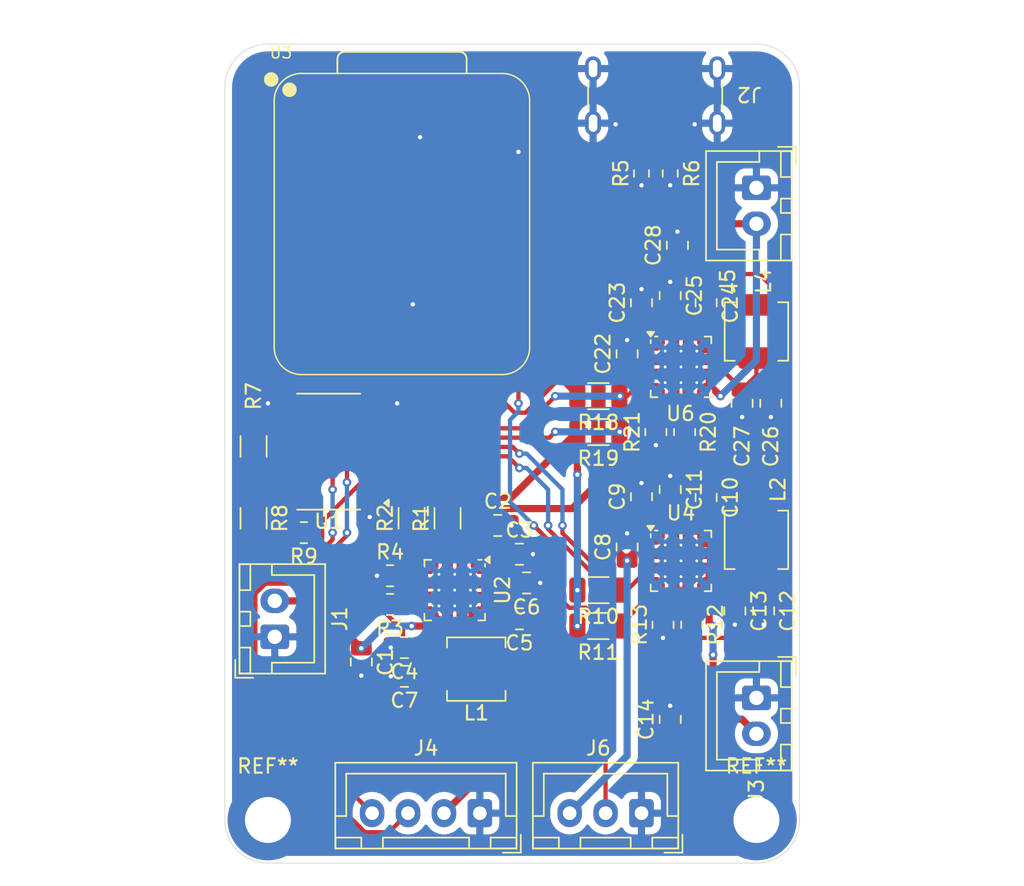
<source format=kicad_pcb>
(kicad_pcb (version 20241229) (generator "pcbnew") (generator_version "9.0")
  (layers (0 "F.Cu" signal) (2 "B.Cu" signal) (13 "F.Paste" user) (15 "B.Paste" user) (5 "F.SilkS" user "F.Silkscreen") (7 "B.SilkS" user "B.Silkscreen") (1 "F.Mask" user) (3 "B.Mask" user) (25 "Edge.Cuts" user))
  (net 0 "")
  (net 1 "GND")
  (net 2 "+5V")
  (net 3 "Net-(U2-PMID)")
  (net 4 "Net-(C4-Pad1)")
  (net 5 "Net-(C5-Pad1)")
  (net 6 "Net-(U2-BTST)")
  (net 7 "Net-(U2-REGN)")
  (net 8 "Net-(J2-CC2)")
  (net 9 "Net-(J2-CC1)")
  (net 10 "+3.3V")
  (net 11 "SCL_0")
  (net 12 "SDA_0")
  (net 13 "Net-(U2-TS)")
  (net 14 "Net-(U1-SCL)")
  (net 15 "Net-(U1-SDA)")
  (net 16 "Net-(U1-~{RESET})")
  (net 17 "Net-(U4-PMID)")
  (net 19 "Net-(U4-BTST)")
  (net 20 "Net-(C10-Pad1)")
  (net 21 "Net-(U4-REGN)")
  (net 23 "Net-(C12-Pad1)")
  (net 26 "Net-(U2-D+)")
  (net 47 "Net-(U6-PMID)")
  (net 48 "Net-(C24-Pad1)")
  (net 49 "Net-(U6-BTST)")
  (net 50 "Net-(U6-REGN)")
  (net 51 "Net-(C26-Pad1)")
  (net 52 "SCL_1")
  (net 53 "SDA_1")
  (net 54 "Net-(U4-TS)")
  (net 55 "SCL_2")
  (net 56 "SDA_2")
  (net 57 "Net-(U6-TS)")
  (net 60 "Net-(U4-D+)")
  (net 64 "Net-(U6-D+)")
  (net 72 "Net-(J4-Pin_3)")
  (net 73 "Net-(J4-Pin_4)")
  (net 74 "Net-(J1-Pin_2)")
  (net 75 "Net-(J3-Pin_2)")
  (net 76 "Net-(J5-Pin_2)")
  (net 77 "Net-(J6-Pin_2)")
  (footprint "Connector_JST:JST_XH_B2B-XH-A_1x02_P2.50mm_Vertical" (layer "F.Cu") (at 89 60 -90)
    (property "Reference" "J3")
    (property "Value" "Battery connector")
  )
  (footprint "Capacitor_SMD:C_0805_2012Metric" (layer "F.Cu") (at 72.5 50)
    (property "Reference" "C3")
    (property "Value" "10μF")
  )
  (footprint "Resistor_SMD:R_1206_3216Metric" (layer "F.Cu") (at 78 52.5 180)
    (property "Reference" "R10")
    (property "Value" "10kΩ")
  )
  (footprint "Capacitor_SMD:C_0805_2012Metric" (layer "F.Cu") (at 64.5 56.5 180)
    (property "Reference" "C4")
    (property "Value" "10μF")
  )
  (footprint "Resistor_SMD:R_0805_2012Metric" (layer "F.Cu") (at 82 41.5 90)
    (property "Reference" "R21")
    (property "Value" "15kΩ")
  )
  (footprint "MountingHole:MountingHole_3.2mm_M3_DIN965_Pad_TopBottom" (layer "F.Cu") (at 55 68.5)
    (property "Reference" "REF**")
    (property "Value" "MountingHole_3.2mm_M3_DIN965_Pad_TopBottom")
  )
  (footprint "Resistor_SMD:R_1206_3216Metric" (layer "F.Cu") (at 78 41.5 180)
    (property "Reference" "R19")
    (property "Value" "10kΩ")
  )
  (footprint "Inductor_SMD:L_Changjiang_FXL0420" (layer "F.Cu") (at 89 49 -90)
    (property "Reference" "L2")
    (property "Value" "1uH")
  )
  (footprint "Capacitor_SMD:C_0805_2012Metric" (layer "F.Cu") (at 80 49.5 90)
    (property "Reference" "C8")
    (property "Value" "1μF")
  )
  (footprint "Resistor_SMD:R_0805_2012Metric" (layer "F.Cu") (at 82.5 54.9125 90)
    (property "Reference" "R13")
    (property "Value" "15kΩ")
  )
  (footprint "Resistor_SMD:R_1206_3216Metric" (layer "F.Cu") (at 67.5 47.5 90)
    (property "Reference" "R1")
    (property "Value" "10kΩ")
  )
  (footprint "Package_SO:TSSOP-24_4.4x7.8mm_P0.65mm" (layer "F.Cu") (at 59.225 42.8625 180)
    (property "Reference" "U1")
    (property "Value" "TCA9548APWR")
  )
  (footprint "Resistor_SMD:R_1206_3216Metric" (layer "F.Cu") (at 78 55 180)
    (property "Reference" "R11")
    (property "Value" "10kΩ")
  )
  (footprint "Resistor_SMD:R_0805_2012Metric" (layer "F.Cu") (at 84.5 54.9125 -90)
    (property "Reference" "R12")
    (property "Value" "10kΩ")
  )
  (footprint "Connector_JST:JST_XH_B4B-XH-A_1x04_P2.50mm_Vertical" (layer "F.Cu") (at 69.75 68.025 180)
    (property "Reference" "J4")
    (property "Value" "Conn_01x04")
  )
  (footprint "Resistor_SMD:R_0805_2012Metric" (layer "F.Cu") (at 57.5 48.5 180)
    (property "Reference" "R9")
    (property "Value" "10kΩ")
  )
  (footprint "Resistor_SMD:R_0805_2012Metric" (layer "F.Cu") (at 63.5 51.5)
    (property "Reference" "R4")
    (property "Value" "15kΩ")
  )
  (footprint "Package_DFN_QFN:Texas_RTW_WQFN-24-1EP_4x4mm_P0.5mm_EP2.7x2.7mm_ThermalVias" (layer "F.Cu") (at 83.75 36.9625)
    (property "Reference" "U6")
    (property "Value" "BQ25895RTW")
  )
  (footprint "Connector_JST:JST_XH_B2B-XH-A_1x02_P2.50mm_Vertical" (layer "F.Cu") (at 89 24.5 -90)
    (property "Reference" "J5")
    (property "Value" "Battery connector")
  )
  (footprint "Inductor_SMD:L_Changjiang_FXL0420" (layer "F.Cu") (at 69.5 58 180)
    (property "Reference" "L1")
    (property "Value" "1uH")
  )
  (footprint "Capacitor_SMD:C_0805_2012Metric" (layer "F.Cu") (at 83 32 -90)
    (property "Reference" "C25")
    (property "Value" "4.7μF")
  )
  (footprint "Package_DFN_QFN:Texas_RTW_WQFN-24-1EP_4x4mm_P0.5mm_EP2.7x2.7mm_ThermalVias" (layer "F.Cu") (at 68 52.5 -90)
    (property "Reference" "U2")
    (property "Value" "BQ25895RTW")
  )
  (footprint "Capacitor_SMD:C_0805_2012Metric" (layer "F.Cu") (at 72.5 54.5 180)
    (property "Reference" "C5")
    (property "Value" "0.047μF")
  )
  (footprint "Resistor_SMD:R_0603_1608Metric" (layer "F.Cu") (at 81 23.5 90)
    (property "Reference" "R5")
    (property "Value" "5.1kΩ")
  )
  (footprint "Capacitor_SMD:C_0805_2012Metric" (layer "F.Cu") (at 83.5 28.5 90)
    (property "Reference" "C28")
    (property "Value" "10µF")
  )
  (footprint "Capacitor_SMD:C_0805_2012Metric" (layer "F.Cu") (at 73 52 180)
    (property "Reference" "C6")
    (property "Value" "4.7μF")
  )
  (footprint "Capacitor_SMD:C_0805_2012Metric" (layer "F.Cu") (at 81 46 90)
    (property "Reference" "C9")
    (property "Value" "10μF")
  )
  (footprint "Resistor_SMD:R_1206_3216Metric" (layer "F.Cu") (at 78 39 180)
    (property "Reference" "R18")
    (property "Value" "10kΩ")
  )
  (footprint "Resistor_SMD:R_1206_3216Metric" (layer "F.Cu") (at 65 47.5 90)
    (property "Reference" "R2")
    (property "Value" "10kΩ")
  )
  (footprint "Capacitor_SMD:C_0805_2012Metric" (layer "F.Cu") (at 87.5 53.95 -90)
    (property "Reference" "C13")
    (property "Value" "10μF")
  )
  (footprint "Capacitor_SMD:C_0805_2012Metric" (layer "F.Cu") (at 88 39.5 -90)
    (property "Reference" "C27")
    (property "Value" "10μF")
  )
  (footprint "Capacitor_SMD:C_0805_2012Metric" (layer "F.Cu") (at 90 39.5 -90)
    (property "Reference" "C26")
    (property "Value" "10μF")
  )
  (footprint "Capacitor_SMD:C_0805_2012Metric" (layer "F.Cu") (at 85.5 46.05 -90)
    (property "Reference" "C10")
    (property "Value" "0.047μF")
  )
  (footprint "Resistor_SMD:R_0805_2012Metric" (layer "F.Cu") (at 84 41.5 -90)
    (property "Reference" "R20")
    (property "Value" "10kΩ")
  )
  (footprint "Package_DFN_QFN:Texas_RTW_WQFN-24-1EP_4x4mm_P0.5mm_EP2.7x2.7mm_ThermalVias" (layer "F.Cu") (at 83.75 50.4625)
    (property "Reference" "U4")
    (property "Value" "BQ25895RTW")
  )
  (footprint "Capacitor_SMD:C_0805_2012Metric" (layer "F.Cu") (at 71 48)
    (property "Reference" "C2")
    (property "Value" "1μF")
  )
  (footprint "Capacitor_SMD:C_0805_2012Metric" (layer "F.Cu") (at 64.5 58.5 180)
    (property "Reference" "C7")
    (property "Value" "10μF")
  )
  (footprint "Resistor_SMD:R_1206_3216Metric" (layer "F.Cu") (at 54 47.5 -90)
    (property "Reference" "R8")
    (property "Value" "4.7kΩ")
  )
  (footprint "Resistor_SMD:R_1206_3216Metric" (layer "F.Cu") (at 54 42.5 90)
    (property "Reference" "R7")
    (property "Value" "4.7kΩ")
  )
  (footprint "Capacitor_SMD:C_0805_2012Metric" (layer "F.Cu") (at 83 61.5 90)
    (property "Reference" "C14")
    (property "Value" "10µF")
  )
  (footprint "Capacitor_SMD:C_0805_2012Metric" (layer "F.Cu") (at 89.5 53.95 -90)
    (property "Reference" "C12")
    (property "Value" "10μF")
  )
  (footprint "MountingHole:MountingHole_3.2mm_M3_DIN965_Pad_TopBottom" (layer "F.Cu") (at 89 68.5)
    (property "Reference" "REF**")
    (property "Value" "MountingHole_3.2mm_M3_DIN965_Pad_TopBottom")
  )
  (footprint "Connector_JST:JST_XH_B2B-XH-A_1x02_P2.50mm_Vertical" (layer "F.Cu") (at 55.475 55.75 90)
    (property "Reference" "J1")
    (property "Value" "Battery connector")
  )
  (footprint "Custom:XIAO-ESP32C6-SMD" (layer "F.Cu") (at 64.5526 27.0568)
    (property "Reference" "U3")
    (property "Value" "XIAO-ESP32-S3-SMD")
  )
  (footprint "Capacitor_SMD:C_0805_2012Metric" (layer "F.Cu") (at 85.5 32.5 -90)
    (property "Reference" "C24")
    (property "Value" "0.047μF")
  )
  (footprint "Capacitor_SMD:C_0805_2012Metric" (layer "F.Cu") (at 83 45.5 -90)
    (property "Reference" "C11")
    (property "Value" "4.7μF")
  )
  (footprint "Capacitor_SMD:C_0805_2012Metric" (layer "F.Cu") (at 61.5 57.5 -90)
    (property "Reference" "C1")
    (property "Value" "10µF")
  )
  (footprint "Capacitor_SMD:C_0805_2012Metric" (layer "F.Cu") (at 81 32.5 90)
    (property "Reference" "C23")
    (property "Value" "10μF")
  )
  (footprint "Capacitor_SMD:C_0805_2012Metric" (layer "F.Cu") (at 80 36.05 90)
    (property "Reference" "C22")
    (property "Value" "1μF")
  )
  (footprint "Resistor_SMD:R_0603_1608Metric" (layer "F.Cu") (at 83 23.5 90)
    (property "Reference" "R6")
    (property "Value" "5.1kΩ")
  )
  (footprint "Connector_USB:USB_C_Receptacle_GCT_USB4125-xx-x_6P_TopMnt_Horizontal" (layer "F.Cu") (at 81.95 17 180)
    (property "Reference" "J2")
    (property "Value" "USB_C_Receptacle_PowerOnly_6P")
  )
  (footprint "Connector_JST:JST_XH_B3B-XH-A_1x03_P2.50mm_Vertical" (layer "F.Cu") (at 81 68.025 180)
    (property "Reference" "J6")
    (property "Value" "Conn_01x03")
  )
  (footprint "Resistor_SMD:R_0805_2012Metric" (layer "F.Cu") (at 63.5 53.5 180)
    (property "Reference" "R3")
    (property "Value" "10kΩ")
  )
  (footprint "Inductor_SMD:L_Changjiang_FXL0420" (layer "F.Cu") (at 89 34.5 -90)
    (property "Reference" "L4")
    (property "Value" "1uH")
  )
  (gr_line (start 92 17.5) (end 92 68.5) (stroke (width 0.05)) (layer "Edge.Cuts"))
  (gr_line (start 55 14.5) (end 89 14.5) (stroke (width 0.05)) (layer "Edge.Cuts"))
  (gr_line (start 89 71.5) (end 55 71.5) (stroke (width 0.05)) (layer "Edge.Cuts"))
  (gr_arc (start 92 68.5) (mid 91.12132 70.62132) (end 89 71.5) (stroke (width 0.05)) (layer "Edge.Cuts"))
  (gr_line (start 52 68.5) (end 52 17.5) (stroke (width 0.05)) (layer "Edge.Cuts"))
  (gr_arc (start 89 14.5) (mid 91.12132 15.37868) (end 92 17.5) (stroke (width 0.05)) (layer "Edge.Cuts"))
  (gr_arc (start 55 71.5) (mid 52.87868 70.62132) (end 52 68.5) (stroke (width 0.05)) (layer "Edge.Cuts"))
  (gr_arc (start 52 17.5) (mid 52.87868 15.37868) (end 55 14.5) (stroke (width 0.05)) (layer "Edge.Cuts"))
  (segment (start 83.5 38.3125) (end 83.75 38.0625) (width 0.3) (layer "F.Cu") (net 1))
  (segment (start 85.7125 49.7125) (end 85.2 49.7125) (width 0.3) (layer "F.Cu") (net 1))
  (segment (start 55.274 44.136499) (end 55.274 39.774) (width 0.3) (layer "F.Cu") (net 1))
  (segment (start 85.2 36.2125) (end 84.85 35.8625) (width 0.3) (layer "F.Cu") (net 1))
  (segment (start 66.65 52.25) (end 66.9 52.5) (width 0.3) (layer "F.Cu") (net 1))
  (segment (start 66.0375 52.75) (end 66.65 52.75) (width 0.3) (layer "F.Cu") (net 1))
  (segment (start 85.5625 49.3625) (end 84.85 49.3625) (width 0.3) (layer "F.Cu") (net 1))
  (segment (start 84 38.3125) (end 83.75 38.0625) (width 0.3) (layer "F.Cu") (net 1))
  (segment (start 69.25 54.4625) (end 68.75 54.4625) (width 0.3) (layer "F.Cu") (net 1))
  (segment (start 83.5 38.925) (end 83.5 38.3125) (width 0.3) (layer "F.Cu") (net 1))
  (segment (start 85.7125 35.7125) (end 85.7125 36.2125) (width 0.3) (layer "F.Cu") (net 1))
  (segment (start 83.425 52) (end 83.5 52) (width 0.3) (layer "F.Cu") (net 1))
  (segment (start 83.5 52.425) (end 83.5 52) (width 0.3) (layer "F.Cu") (net 1))
  (segment (start 69.1 54.3125) (end 69.1 53.6) (width 0.3) (layer "F.Cu") (net 1))
  (segment (start 83.5 52) (end 83.5 51.8125) (width 0.3) (layer "F.Cu") (net 1))
  (segment (start 85.7125 36.2125) (end 85.2 36.2125) (width 0.3) (layer "F.Cu") (net 1))
  (segment (start 55.274 39.774) (end 55 39.5) (width 0.3) (layer "F.Cu") (net 1))
  (segment (start 83.5 51.8125) (end 83.75 51.5625) (width 0.3) (layer "F.Cu") (net 1))
  (segment (start 66.0375 52.25) (end 66.65 52.25) (width 0.3) (layer "F.Cu") (net 1))
  (segment (start 63.7875 39.2875) (end 64 39.5) (width 0.3) (layer "F.Cu") (net 1))
  (segment (start 66.5375 52.25) (end 66.65 52.25) (width 0.3) (layer "F.Cu") (net 1))
  (segment (start 83 38.925) (end 83 38.8125) (width 0.3) (layer "F.Cu") (net 1))
  (segment (start 85.7125 35.7125) (end 85.5625 35.8625) (width 0.3) (layer "F.Cu") (net 1))
  (segment (start 68.75 54.4625) (end 68.75 53.95) (width 0.3) (layer "F.Cu") (net 1))
  (segment (start 66.0375 51.75) (end 66.5375 52.25) (width 0.3) (layer "F.Cu") (net 1))
  (segment (start 55.625001 44.4875) (end 55.274 44.136499) (width 0.3) (layer "F.Cu") (net 1))
  (segment (start 83 38.925) (end 83.5 38.925) (width 0.3) (layer "F.Cu") (net 1))
  (segment (start 84 51.8125) (end 83.75 51.5625) (width 0.3) (layer "F.Cu") (net 1))
  (segment (start 62.0875 45.7875) (end 62.0875 47.4125) (width 0.3) (layer "F.Cu") (net 1))
  (segment (start 56.3625 44.4875) (end 55.625001 44.4875) (width 0.3) (layer "F.Cu") (net 1))
  (segment (start 85.5625 35.8625) (end 84.85 35.8625) (width 0.3) (layer "F.Cu") (net 1))
  (segment (start 84 52.425) (end 84 51.8125) (width 0.3) (layer "F.Cu") (net 1))
  (segment (start 69.25 54.4625) (end 69.1 54.3125) (width 0.3) (layer "F.Cu") (net 1))
  (segment (start 66.65 52.75) (end 66.9 52.5) (width 0.3) (layer "F.Cu") (net 1))
  (segment (start 85.2 49.7125) (end 84.85 49.3625) (width 0.3) (layer "F.Cu") (net 1))
  (segment (start 85.7125 49.2125) (end 85.5625 49.3625) (width 0.3) (layer "F.Cu") (net 1))
  (segment (start 83 38.8125) (end 83.75 38.0625) (width 0.3) (layer "F.Cu") (net 1))
  (segment (start 84 52.425) (end 83.5 52.425) (width 0.3) (layer "F.Cu") (net 1))
  (segment (start 85.7125 49.2125) (end 85.7125 49.7125) (width 0.3) (layer "F.Cu") (net 1))
  (segment (start 83 52.425) (end 83.425 52) (width 0.3) (layer "F.Cu") (net 1))
  (segment (start 84 38.925) (end 84 38.3125) (width 0.3) (layer "F.Cu") (net 1))
  (segment (start 62.0875 39.2875) (end 63.7875 39.2875) (width 0.3) (layer "F.Cu") (net 1))
  (segment (start 68.75 53.95) (end 69.1 53.6) (width 0.3) (layer "F.Cu") (net 1))
  (via (at 62.5875 51.5) (size 0.6) (drill 0.3) (layers "F.Cu" "B.Cu") (net 1))
  (via (at 81 24.325) (size 0.6) (drill 0.3) (layers "F.Cu" "B.Cu") (net 1))
  (via (at 65.0846 32.61) (size 0.6) (drill 0.3) (layers "F.Cu" "B.Cu") (net 1))
  (via (at 62.0875 47.4125) (size 0.6) (drill 0.3) (layers "F.Cu" "B.Cu") (net 1))
  (via (at 82.5 55.825) (size 0.6) (drill 0.3) (layers "F.Cu" "B.Cu") (net 1))
  (via (at 89.5 54.9) (size 0.6) (drill 0.3) (layers "F.Cu" "B.Cu") (net 1))
  (via (at 90 40.45) (size 0.6) (drill 0.3) (layers "F.Cu" "B.Cu") (net 1))
  (via (at 79.2 20.08) (size 0.6) (drill 0.3) (layers "F.Cu" "B.Cu") (net 1))
  (via (at 80 35.1) (size 0.6) (drill 0.3) (layers "F.Cu" "B.Cu") (net 1))
  (via (at 71.95 48) (size 0.6) (drill 0.3) (layers "F.Cu" "B.Cu") (net 1))
  (via (at 83.5 27.55) (size 0.6) (drill 0.3) (layers "F.Cu" "B.Cu") (net 1))
  (via (at 72.436 21.9983) (size 0.6) (drill 0.3) (layers "F.Cu" "B.Cu") (net 1))
  (via (at 64 39.5) (size 0.6) (drill 0.3) (layers "F.Cu" "B.Cu") (net 1))
  (via (at 83 44.55) (size 0.6) (drill 0.3) (layers "F.Cu" "B.Cu") (net 1))
  (via (at 63.55 56.5) (size 0.6) (drill 0.3) (layers "F.Cu" "B.Cu") (net 1))
  (via (at 81 45.05) (size 0.6) (drill 0.3) (layers "F.Cu" "B.Cu") (net 1))
  (via (at 73.45 50) (size 0.6) (drill 0.3) (layers "F.Cu" "B.Cu") (net 1))
  (via (at 83 60.55) (size 0.6) (drill 0.3) (layers "F.Cu" "B.Cu") (net 1))
  (via (at 81 31.55) (size 0.6) (drill 0.3) (layers "F.Cu" "B.Cu") (net 1))
  (via (at 88 40.45) (size 0.6) (drill 0.3) (layers "F.Cu" "B.Cu") (net 1))
  (via (at 73.95 52) (size 0.6) (drill 0.3) (layers "F.Cu" "B.Cu") (net 1))
  (via (at 83 24.325) (size 0.6) (drill 0.3) (layers "F.Cu" "B.Cu") (net 1))
  (via (at 87.5 54.9) (size 0.6) (drill 0.3) (layers "F.Cu" "B.Cu") (net 1))
  (via (at 55 39.5) (size 0.6) (drill 0.3) (layers "F.Cu" "B.Cu") (net 1))
  (via (at 83 31.05) (size 0.6) (drill 0.3) (layers "F.Cu" "B.Cu") (net 1))
  (via (at 80 48.55) (size 0.6) (drill 0.3) (layers "F.Cu" "B.Cu") (net 1))
  (via (at 63.55 58.5) (size 0.6) (drill 0.3) (layers "F.Cu" "B.Cu") (net 1))
  (via (at 82 42.4125) (size 0.6) (drill 0.3) (layers "F.Cu" "B.Cu") (net 1))
  (via (at 61.5 58.45) (size 0.6) (drill 0.3) (layers "F.Cu" "B.Cu") (net 1))
  (via (at 65.5926 20.9768) (size 0.6) (drill 0.3) (layers "F.Cu" "B.Cu") (net 1))
  (via (at 84.7 20.08) (size 0.6) (drill 0.3) (layers "F.Cu" "B.Cu") (net 1))
  (segment (start 76.176 46.824) (end 71.226 46.824) (width 0.5) (layer "F.Cu") (net 2))
  (segment (start 80 37) (end 79.5 37) (width 0.3) (layer "F.Cu") (net 2))
  (segment (start 83.47 20.08) (end 83.47 20.47) (width 0.5) (layer "F.Cu") (net 2))
  (segment (start 80.43 20.68) (end 80 21.11) (width 0.5) (layer "F.Cu") (net 2))
  (segment (start 80 24) (end 80 25) (width 0.5) (layer "F.Cu") (net 2))
  (segment (start 78.3527 24) (end 80 24) (width 0.5) (layer "F.Cu") (net 2))
  (segment (start 70.05 48) (end 70.05 49.8135) (width 0.5) (layer "F.Cu") (net 2))
  (segment (start 73.811 19.4583) (end 78.3527 24) (width 0.5) (layer "F.Cu") (net 2))
  (segment (start 81.7875 35.7125) (end 81.2875 35.7125) (width 0.3) (layer "F.Cu") (net 2))
  (segment (start 79.5 37) (end 78 35.5) (width 0.3) (layer "F.Cu") (net 2))
  (segment (start 72.436 19.4583) (end 73.811 19.4583) (width 0.5) (layer "F.Cu") (net 2))
  (segment (start 78 45) (end 78 48.45) (width 0.5) (layer "F.Cu") (net 2))
  (segment (start 78 31) (end 78 35.5) (width 1) (layer "F.Cu") (net 2))
  (segment (start 83.47 20.47) (end 84 21) (width 0.5) (layer "F.Cu") (net 2))
  (segment (start 84 25) (end 82 27) (width 0.5) (layer "F.Cu") (net 2))
  (segment (start 82 27) (end 80 25) (width 0.5) (layer "F.Cu") (net 2))
  (segment (start 80 50.35957) (end 81.22307 49.1365) (width 0.5) (layer "F.Cu") (net 2))
  (segment (start 80.43 20.08) (end 80.43 20.68) (width 0.5) (layer "F.Cu") (net 2))
  (segment (start 80 21.11) (end 80 24) (width 0.5) (layer "F.Cu") (net 2))
  (segment (start 71.226 46.824) (end 70.05 48) (width 0.5) (layer "F.Cu") (net 2))
  (segment (start 82 27) (end 78 31) (width 1) (layer "F.Cu") (net 2))
  (segment (start 70.05 49.8135) (end 69.326 50.5375) (width 0.5) (layer "F.Cu") (net 2))
  (segment (start 78 45) (end 76.176 46.824) (width 0.5) (layer "F.Cu") (net 2))
  (segment (start 80 50.45) (end 80 50.35957) (width 0.5) (layer "F.Cu") (net 2))
  (segment (start 81.22307 49.1365) (end 81.7875 49.1365) (width 0.5) (layer "F.Cu") (net 2))
  (segment (start 78 35.5) (end 78 45) (width 1) (layer "F.Cu") (net 2))
  (segment (start 78 48.45) (end 80 50.45) (width 0.5) (layer "F.Cu") (net 2))
  (segment (start 81.2875 35.7125) (end 80 37) (width 0.3) (layer "F.Cu") (net 2))
  (segment (start 84 21) (end 84 25) (width 0.5) (layer "F.Cu") (net 2))
  (via (at 80 50.45) (size 0.6) (drill 0.3) (layers "F.Cu" "B.Cu") (net 2))
  (segment (start 80 64.025) (end 76 68.025) (width 0.5) (layer "B.Cu") (net 2))
  (segment (start 80 50.45) (end 80 64.025) (width 0.5) (layer "B.Cu") (net 2))
  (segment (start 70.525 51.75) (end 69.9625 51.75) (width 0.3) (layer "F.Cu") (net 3))
  (segment (start 71.55 50.725) (end 70.525 51.75) (width 0.3) (layer "F.Cu") (net 3))
  (segment (start 71.55 50) (end 71.55 50.725) (width 0.3) (layer "F.Cu") (net 3))
  (segment (start 66.2125 56.5) (end 67.75 54.9625) (width 0.3) (layer "F.Cu") (net 4))
  (segment (start 67.65 58) (end 67.65 55.0625) (width 0.3) (layer "F.Cu") (net 4))
  (segment (start 65.45 56.5) (end 66.2125 56.5) (width 0.3) (layer "F.Cu") (net 4))
  (segment (start 67.65 55.0625) (end 68.25 54.4625) (width 0.3) (layer "F.Cu") (net 4))
  (segment (start 65.45 56.5) (end 65.45 58.5) (width 0.3) (layer "F.Cu") (net 4))
  (segment (start 66.95 58) (end 65.45 56.5) (width 0.3) (layer "F.Cu") (net 4))
  (segment (start 67.65 58) (end 66.95 58) (width 0.3) (layer "F.Cu") (net 4))
  (segment (start 65.95 58) (end 65.45 58.5) (width 0.3) (layer "F.Cu") (net 4))
  (segment (start 67.75 54.9625) (end 67.75 54.4625) (width 0.3) (layer "F.Cu") (net 4))
  (segment (start 67.65 58) (end 65.95 58) (width 0.3) (layer "F.Cu") (net 4))
  (segment (start 71.04413 55.576) (end 69.9625 54.49437) (width 0.3) (layer "F.Cu") (net 5))
  (segment (start 71.076 55.576) (end 71.04413 55.576) (width 0.3) (layer "F.Cu") (net 5))
  (segment (start 69.9625 54.49437) (end 69.9625 53.275) (width 0.3) (layer "F.Cu") (net 5))
  (segment (start 73.45 54.5) (end 72.374 55.576) (width 0.3) (layer "F.Cu") (net 5))
  (segment (start 72.374 55.576) (end 71.076 55.576) (width 0.3) (layer "F.Cu") (net 5))
  (segment (start 71.35 55.85) (end 71.076 55.576) (width 0.3) (layer "F.Cu") (net 5))
  (segment (start 71.35 58) (end 71.35 55.85) (width 0.3) (layer "F.Cu") (net 5))
  (segment (start 71.55 53.775) (end 70.549 52.774) (width 0.3) (layer "F.Cu") (net 6))
  (segment (start 70.549 52.774) (end 69.9865 52.774) (width 0.3) (layer "F.Cu") (net 6))
  (segment (start 71.55 54.5) (end 71.55 53.775) (width 0.3) (layer "F.Cu") (net 6))
  (segment (start 69.9865 52.774) (end 69.9625 52.75) (width 0.3) (layer "F.Cu") (net 6))
  (segment (start 74.301 57.40587) (end 72.10587 59.601) (width 0.3) (layer "F.Cu") (net 7))
  (segment (start 74.301 53.76913) (end 74.301 57.40587) (width 0.3) (layer "F.Cu") (net 7))
  (segment (start 72.05 52) (end 71.799 52.251) (width 0.3) (layer "F.Cu") (net 7))
  (segment (start 64.401 59.23087) (end 64.401 55.3135) (width 0.3) (layer "F.Cu") (net 7))
  (segment (start 64.401 55.3135) (end 62.5875 53.5) (width 0.3) (layer "F.Cu") (net 7))
  (segment (start 64.77113 59.601) (end 64.401 59.23087) (width 0.3) (layer "F.Cu") (net 7))
  (segment (start 72.10587 59.601) (end 64.77113 59.601) (width 0.3) (layer "F.Cu") (net 7))
  (segment (start 71.799 52.251) (end 70.31748 52.251) (width 0.3) (layer "F.Cu") (net 7))
  (segment (start 72.05 52) (end 73.126 53.076) (width 0.3) (layer "F.Cu") (net 7))
  (segment (start 73.126 53.076) (end 73.60787 53.076) (width 0.3) (layer "F.Cu") (net 7))
  (segment (start 73.60787 53.076) (end 74.301 53.76913) (width 0.3) (layer "F.Cu") (net 7))
  (segment (start 81.45 22.225) (end 81 22.675) (width 0.3) (layer "F.Cu") (net 8))
  (segment (start 81.45 20.08) (end 81.45 22.225) (width 0.3) (layer "F.Cu") (net 8))
  (segment (start 82.45 20.08) (end 82.45 22.125) (width 0.3) (layer "F.Cu") (net 9))
  (segment (start 82.45 22.125) (end 83 22.675) (width 0.3) (layer "F.Cu") (net 9))
  (segment (start 54 41.0375) (end 52.651 42.3865) (width 0.3) (layer "F.Cu") (net 10))
  (segment (start 72.436 24.5383) (end 73.811 24.5383) (width 0.5) (layer "F.Cu") (net 10))
  (segment (start 58.999 44.65554) (end 58.999 40.997918) (width 0.3) (layer "F.Cu") (net 10))
  (segment (start 61.260418 38.7365) (end 70.751846 38.7365) (width 0.3) (layer "F.Cu") (net 10))
  (segment (start 73.811 24.5383) (end 76.5 27.2273) (width 0.5) (layer "F.Cu") (net 10))
  (segment (start 52.651 47.6135) (end 54 48.9625) (width 0.3) (layer "F.Cu") (net 10))
  (segment (start 76.5375 58.7375) (end 76.5375 55) (width 0.5) (layer "F.Cu") (net 10))
  (segment (start 72.166346 40.151) (end 72.928346 40.151) (width 0.3) (layer "F.Cu") (net 10))
  (segment (start 75.5375 38) (end 76.5375 39) (width 0.3) (layer "F.Cu") (net 10))
  (segment (start 67.25 68.025) (end 76.5375 58.7375) (width 0.5) (layer "F.Cu") (net 10))
  (segment (start 52.651 42.3865) (end 52.651 47.6135) (width 0.3) (layer "F.Cu") (net 10))
  (segment (start 72.928346 40.151) (end 75.079346 38) (width 0.3) (layer "F.Cu") (net 10))
  (segment (start 54 48.8) (end 54 48.9625) (width 0.3) (layer "F.Cu") (net 10))
  (segment (start 58.999 40.997918) (end 61.260418 38.7365) (width 0.3) (layer "F.Cu") (net 10))
  (segment (start 56.3625 46.4375) (end 54 48.8) (width 0.3) (layer "F.Cu") (net 10))
  (segment (start 56.5875 48.5) (end 56.5875 46.6625) (width 0.3) (layer "F.Cu") (net 10))
  (segment (start 75.079346 38) (end 75.5375 38) (width 0.3) (layer "F.Cu") (net 10))
  (segment (start 71.9625 46.0375) (end 65 46.0375) (width 0.5) (layer "F.Cu") (net 10))
  (segment (start 76.5 41.5) (end 71.9625 46.0375) (width 0.5) (layer "F.Cu") (net 10))
  (segment (start 76.5 27.2273) (end 76.5 41.5) (width 0.5) (layer "F.Cu") (net 10))
  (segment (start 56.5875 46.6625) (end 56.3625 46.4375) (width 0.3) (layer "F.Cu") (net 10))
  (segment (start 57.21704 46.4375) (end 58.999 44.65554) (width 0.3) (layer "F.Cu") (net 10))
  (segment (start 56.3625 46.4375) (end 57.21704 46.4375) (width 0.3) (layer "F.Cu") (net 10))
  (segment (start 76.5375 41.5) (end 76.5375 44.4625) (width 0.5) (layer "F.Cu") (net 10))
  (segment (start 70.751846 38.7365) (end 72.166346 40.151) (width 0.3) (layer "F.Cu") (net 10))
  (via (at 76.5375 55) (size 0.6) (drill 0.3) (layers "F.Cu" "B.Cu") (net 10))
  (via (at 76.5375 44.4625) (size 0.6) (drill 0.3) (layers "F.Cu" "B.Cu") (net 10))
  (via (at 76.5375 52.5) (size 0.6) (drill 0.3) (layers "F.Cu" "B.Cu") (net 10))
  (segment (start 76.5375 44.4625) (end 76.5375 55) (width 0.5) (layer "B.Cu") (net 10))
  (segment (start 67.5 48.9625) (end 65.4885 46.951) (width 0.3) (layer "F.Cu") (net 11))
  (segment (start 67.25 49.2125) (end 67.25 50.5375) (width 0.3) (layer "F.Cu") (net 11))
  (segment (start 64.11913 46.951) (end 63.677 46.50887) (width 0.3) (layer "F.Cu") (net 11))
  (segment (start 65.4885 46.951) (end 64.11913 46.951) (width 0.3) (layer "F.Cu") (net 11))
  (segment (start 63.677 46.50887) (end 63.677 44.630981) (width 0.3) (layer "F.Cu") (net 11))
  (segment (start 67.5 48.9625) (end 67.25 49.2125) (width 0.3) (layer "F.Cu") (net 11))
  (segment (start 63.677 44.630981) (end 62.883519 43.8375) (width 0.3) (layer "F.Cu") (net 11))
  (segment (start 62.883519 43.8375) (end 62.0875 43.8375) (width 0.3) (layer "F.Cu") (net 11))
  (segment (start 65 48.9625) (end 63.176 47.1385) (width 0.3) (layer "F.Cu") (net 12))
  (segment (start 65 48.9625) (end 65.175 48.9625) (width 0.3) (layer "F.Cu") (net 12))
  (segment (start 63.176 44.838501) (end 62.824999 44.4875) (width 0.3) (layer "F.Cu") (net 12))
  (segment (start 62.824999 44.4875) (end 62.0875 44.4875) (width 0.3) (layer "F.Cu") (net 12))
  (segment (start 65.175 48.9625) (end 66.75 50.5375) (width 0.3) (layer "F.Cu") (net 12))
  (segment (start 63.176 47.1385) (end 63.176 44.838501) (width 0.3) (layer "F.Cu") (net 12))
  (segment (start 64.6625 53.25) (end 66.0375 53.25) (width 0.3) (layer "F.Cu") (net 13))
  (segment (start 64.4125 53.5) (end 64.4125 51.5) (width 0.3) (layer "F.Cu") (net 13))
  (segment (start 65.4625 53.25) (end 66.0375 53.25) (width 0.3) (layer "F.Cu") (net 13))
  (segment (start 64.4125 53.5) (end 64.6625 53.25) (width 0.3) (layer "F.Cu") (net 13))
  (segment (start 64.4125 51.5) (end 64.4125 52.2) (width 0.3) (layer "F.Cu") (net 13))
  (segment (start 64.4125 52.2) (end 65.4625 53.25) (width 0.3) (layer "F.Cu") (net 13))
  (segment (start 56.3625 45.1375) (end 57.099999 45.1375) (width 0.3) (layer "F.Cu") (net 14))
  (segment (start 55.175 45.1375) (end 56.3625 45.1375) (width 0.3) (layer "F.Cu") (net 14))
  (segment (start 57.997 32.5093) (end 57.646 32.1583) (width 0.3) (layer "F.Cu") (net 14))
  (segment (start 57.099999 45.1375) (end 57.997 44.240499) (width 0.3) (layer "F.Cu") (net 14))
  (segment (start 57.997 44.240499) (end 57.997 32.5093) (width 0.3) (layer "F.Cu") (net 14))
  (segment (start 57.646 32.1583) (end 56.271 32.1583) (width 0.3) (layer "F.Cu") (net 14))
  (segment (start 54 43.9625) (end 55.175 45.1375) (width 0.3) (layer "F.Cu") (net 14))
  (segment (start 54.25 45.7875) (end 56.3625 45.7875) (width 0.3) (layer "F.Cu") (net 15))
  (segment (start 58.498 44.44802) (end 57.15852 45.7875) (width 0.3) (layer "F.Cu") (net 15))
  (segment (start 56.271 29.6183) (end 57.646 29.6183) (width 0.3) (layer "F.Cu") (net 15))
  (segment (start 57.15852 45.7875) (end 56.3625 45.7875) (width 0.3) (layer "F.Cu") (net 15))
  (segment (start 57.646 29.6183) (end 58.498 30.4703) (width 0.3) (layer "F.Cu") (net 15))
  (segment (start 58.498 30.4703) (end 58.498 44.44802) (width 0.3) (layer "F.Cu") (net 15))
  (segment (start 54 46.0375) (end 54.25 45.7875) (width 0.3) (layer "F.Cu") (net 15))
  (segment (start 58.4125 48.084418) (end 58.4125 48.5) (width 0.3) (layer "F.Cu") (net 16))
  (segment (start 61.359418 45.1375) (end 58.4125 48.084418) (width 0.3) (layer "F.Cu") (net 16))
  (segment (start 62.0875 45.1375) (end 61.359418 45.1375) (width 0.3) (layer "F.Cu") (net 16))
  (segment (start 81 46.95) (end 81.7865 47.7365) (width 0.3) (layer "F.Cu") (net 17))
  (segment (start 83 48.00099) (end 83 48.5) (width 0.3) (layer "F.Cu") (net 17))
  (segment (start 82.73551 47.7365) (end 83 48.00099) (width 0.3) (layer "F.Cu") (net 17))
  (segment (start 81.7865 47.7365) (end 82.73551 47.7365) (width 0.3) (layer "F.Cu") (net 17))
  (segment (start 84.001 47.774) (end 84.001 48.290479) (width 0.3) (layer "F.Cu") (net 19))
  (segment (start 84.775 47) (end 84.001 47.774) (width 0.3) (layer "F.Cu") (net 19))
  (segment (start 85.5 47) (end 84.775 47) (width 0.3) (layer "F.Cu") (net 19))
  (segment (start 86.576 47.5) (end 86.576 48.424) (width 0.3) (layer "F.Cu") (net 20))
  (segment (start 86.576 48.424) (end 86.5 48.5) (width 0.3) (layer "F.Cu") (net 20))
  (segment (start 86.926 47.15) (end 86.576 47.5) (width 0.3) (layer "F.Cu") (net 20))
  (segment (start 86.576 46.176) (end 86.576 47.5) (width 0.3) (layer "F.Cu") (net 20))
  (segment (start 89 47.15) (end 86.926 47.15) (width 0.3) (layer "F.Cu") (net 20))
  (segment (start 86.5 48.5) (end 84.5 48.5) (width 0.3) (layer "F.Cu") (net 20))
  (segment (start 85.5 45.1) (end 86.576 46.176) (width 0.3) (layer "F.Cu") (net 20))
  (segment (start 90.15687 55.825) (end 84.5 55.825) (width 0.3) (layer "F.Cu") (net 21))
  (segment (start 88.45587 44.249) (end 90.601 46.39413) (width 0.3) (layer "F.Cu") (net 21))
  (segment (start 83 46.45) (end 84.424 45.026) (width 0.3) (layer "F.Cu") (net 21))
  (segment (start 83 46.45) (end 83.5 46.95) (width 0.3) (layer "F.Cu") (net 21))
  (segment (start 84.424 45.026) (end 84.424 44.59413) (width 0.3) (layer "F.Cu") (net 21))
  (segment (start 90.601 55.38087) (end 90.15687 55.825) (width 0.3) (layer "F.Cu") (net 21))
  (segment (start 84.76913 44.249) (end 88.45587 44.249) (width 0.3) (layer "F.Cu") (net 21))
  (segment (start 90.601 46.39413) (end 90.601 55.38087) (width 0.3) (layer "F.Cu") (net 21))
  (segment (start 83.5 46.95) (end 83.5 48.5) (width 0.3) (layer "F.Cu") (net 21))
  (segment (start 84.424 44.59413) (end 84.76913 44.249) (width 0.3) (layer "F.Cu") (net 21))
  (segment (start 89.5 51.35) (end 89 50.85) (width 0.3) (layer "F.Cu") (net 23))
  (segment (start 89.5 53) (end 89.5 51.35) (width 0.3) (layer "F.Cu") (net 23))
  (segment (start 89 50.85) (end 88.8625 50.7125) (width 0.3) (layer "F.Cu") (net 23))
  (segment (start 87.5 52.35) (end 89 50.85) (width 0.3) (layer "F.Cu") (net 23))
  (segment (start 87.5 53) (end 87.5 52.35) (width 0.3) (layer "F.Cu") (net 23))
  (segment (start 88.8625 50.7125) (end 85.7125 50.7125) (width 0.3) (layer "F.Cu") (net 23))
  (segment (start 85.7125 50.2125) (end 85.7125 50.7125) (width 0.3) (layer "F.Cu") (net 23))
  (segment (start 68.25 50.5375) (end 68.725 50.5375) (width 0.3) (layer "F.Cu") (net 26))
  (segment (start 81 33.45) (end 81.7865 34.2365) (width 0.3) (layer "F.Cu") (net 47))
  (segment (start 82.73551 34.2365) (end 83 34.50099) (width 0.3) (layer "F.Cu") (net 47))
  (segment (start 83 34.50099) (end 83 35) (width 0.3) (layer "F.Cu") (net 47))
  (segment (start 81.7865 34.2365) (end 82.73551 34.2365) (width 0.3) (layer "F.Cu") (net 47))
  (segment (start 89 32.65) (end 86.6 32.65) (width 0.3) (layer "F.Cu") (net 48))
  (segment (start 86.576 33.95587) (end 85.53187 35) (width 0.3) (layer "F.Cu") (net 48))
  (segment (start 86.576 32.626) (end 86.576 33.95587) (width 0.3) (layer "F.Cu") (net 48))
  (segment (start 85.53187 35) (end 84.5 35) (width 0.3) (layer "F.Cu") (net 48))
  (segment (start 86.6 32.65) (end 86.576 32.626) (width 0.3) (layer "F.Cu") (net 48))
  (segment (start 85.5 31.55) (end 86.576 32.626) (width 0.3) (layer "F.Cu") (net 48))
  (segment (start 85.5 33.45) (end 84.775 33.45) (width 0.3) (layer "F.Cu") (net 49))
  (segment (start 84 34.225) (end 84 35) (width 0.3) (layer "F.Cu") (net 49))
  (segment (start 84.775 33.45) (end 84 34.225) (width 0.3) (layer "F.Cu") (net 49))
  (segment (start 89.20687 30.5) (end 91.076 32.36913) (width 0.3) (layer "F.Cu") (net 50))
  (segment (start 83.5 35) (end 83.5 33.45) (width 0.3) (layer "F.Cu") (net 50))
  (segment (start 91.076 32.36913) (end 91.076 40.95587) (width 0.3) (layer "F.Cu") (net 50))
  (segment (start 84.8135 41.599) (end 84 42.4125) (width 0.3) (layer "F.Cu") (net 50))
  (segment (start 83 32.95) (end 84.076 31.874) (width 0.3) (layer "F.Cu") (net 50))
  (segment (start 84.96813 30.5) (end 89.20687 30.5) (width 0.3) (layer "F.Cu") (net 50))
  (segment (start 90.43287 41.599) (end 84.8135 41.599) (width 0.3) (layer "F.Cu") (net 50))
  (segment (start 84.076 31.39213) (end 84.96813 30.5) (width 0.3) (layer "F.Cu") (net 50))
  (segment (start 83.5 33.45) (end 83 32.95) (width 0.3) (layer "F.Cu") (net 50))
  (segment (start 91.076 40.95587) (end 90.43287 41.599) (width 0.3) (layer "F.Cu") (net 50))
  (segment (start 84.076 31.874) (end 84.076 31.39213) (width 0.3) (layer "F.Cu") (net 50))
  (segment (start 86.6625 37.2125) (end 85.7125 37.2125) (width 0.3) (layer "F.Cu") (net 51))
  (segment (start 88.6375 36.7125) (end 85.7125 36.7125) (width 0.3) (layer "F.Cu") (net 51))
  (segment (start 88 38.55) (end 86.6625 37.2125) (width 0.3) (layer "F.Cu") (net 51))
  (segment (start 90 38.55) (end 88 38.55) (width 0.3) (layer "F.Cu") (net 51))
  (segment (start 89 36.35) (end 89 37.55) (width 0.3) (layer "F.Cu") (net 51))
  (segment (start 89 36.35) (end 88.6375 36.7125) (width 0.3) (layer "F.Cu") (net 51))
  (segment (start 89 37.55) (end 90 38.55) (width 0.3) (layer "F.Cu") (net 51))
  (segment (start 89 37.55) (end 88 38.55) (width 0.3) (layer "F.Cu") (net 51))
  (segment (start 72.0375 42.5375) (end 62.0875 42.5375) (width 0.3) (layer "F.Cu") (net 52))
  (segment (start 79.4625 52.5) (end 80.00099 52.5) (width 0.3) (layer "F.Cu") (net 52))
  (segment (start 72.5 43) (end 72.0375 42.5375) (width 0.3) (layer "F.Cu") (net 52))
  (segment (start 79.4625 52.5) (end 75.5 48.5375) (width 0.3) (layer "F.Cu") (net 52))
  (segment (start 75.5 48.5375) (end 75.5 48) (width 0.3) (layer "F.Cu") (net 52))
  (segment (start 81.28849 51.2125) (end 81.7875 51.2125) (width 0.3) (layer "F.Cu") (net 52))
  (segment (start 80.00099 52.5) (end 81.28849 51.2125) (width 0.3) (layer "F.Cu") (net 52))
  (via (at 75.5 48) (size 0.6) (drill 0.3) (layers "F.Cu" "B.Cu") (net 52))
  (via (at 72.5 43) (size 0.6) (drill 0.3) (layers "F.Cu" "B.Cu") (net 52))
  (segment (start 73 43) (end 72.5 43) (width 0.3) (layer "B.Cu") (net 52))
  (segment (start 75.5 45.5) (end 73 43) (width 0.3) (layer "B.Cu") (net 52))
  (segment (start 75.5 48) (end 75.5 45.5) (width 0.3) (layer "B.Cu") (net 52))
  (segment (start 78.5 54.0375) (end 78.5 52.24602) (width 0.3) (layer "F.Cu") (net 53))
  (segment (start 78.5 52.24602) (end 74.5 48.24602) (width 0.3) (layer "F.Cu") (net 53))
  (segment (start 79.4625 55) (end 81.7875 52.675) (width 0.3) (layer "F.Cu") (net 53))
  (segment (start 79.4625 55) (end 78.5 54.0375) (width 0.3) (layer "F.Cu") (net 53))
  (segment (start 72.5 44) (end 71.6875 43.1875) (width 0.3) (layer "F.Cu") (net 53))
  (segment (start 81.7875 52.675) (end 81.7875 51.7135) (width 0.3) (layer "F.Cu") (net 53))
  (segment (start 71.6875 43.1875) (end 62.0875 43.1875) (width 0.3) (layer "F.Cu") (net 53))
  (segment (start 74.5 48.24602) (end 74.5 48) (width 0.3) (layer "F.Cu") (net 53))
  (via (at 74.5 48) (size 0.6) (drill 0.3) (layers "F.Cu" "B.Cu") (net 53))
  (via (at 72.5 44) (size 0.6) (drill 0.3) (layers "F.Cu" "B.Cu") (net 53))
  (segment (start 74.5 48) (end 74.5 45.5) (width 0.3) (layer "B.Cu") (net 53))
  (segment (start 74.5 45.5) (end 73 44) (width 0.3) (layer "B.Cu") (net 53))
  (segment (start 73 44) (end 72.5 44) (width 0.3) (layer "B.Cu") (net 53))
  (segment (start 84.5 54) (end 84.5 52.425) (width 0.3) (layer "F.Cu") (net 54))
  (segment (start 82.5 54) (end 84.5 54) (width 0.3) (layer "F.Cu") (net 54))
  (segment (start 75 39) (end 72.7625 41.2375) (width 0.3) (layer "F.Cu") (net 55))
  (segment (start 81.28849 37.7125) (end 81.7875 37.7125) (width 0.3) (layer "F.Cu") (net 55))
  (segment (start 79.5 39) (end 80.00099 39) (width 0.3) (layer "F.Cu") (net 55))
  (segment (start 72.7625 41.2375) (end 62.0875 41.2375) (width 0.3) (layer "F.Cu") (net 55))
  (segment (start 79.4625 39) (end 79.5 39) (width 0.3) (layer "F.Cu") (net 55))
  (segment (start 80.00099 39) (end 81.28849 37.7125) (width 0.3) (layer "F.Cu") (net 55))
  (via (at 79.5 39) (size 0.6) (drill 0.3) (layers "F.Cu" "B.Cu") (net 55))
  (via (at 75 39) (size 0.6) (drill 0.3) (layers "F.Cu" "B.Cu") (net 55))
  (segment (start 79.5 39) (end 75 39) (width 0.5) (layer "B.Cu") (net 55))
  (segment (start 79.48125 41.48125) (end 81.7875 39.175) (width 0.3) (layer "F.Cu") (net 56))
  (segment (start 74.59375 41.8875) (end 62.0875 41.8875) (width 0.3) (layer "F.Cu") (net 56))
  (segment (start 81.7875 39.175) (end 81.7875 38.2125) (width 0.3) (layer "F.Cu") (net 56))
  (segment (start 79.4625 41.5) (end 79.48125 41.48125) (width 0.3) (layer "F.Cu") (net 56))
  (segment (start 75 41.48125) (end 74.59375 41.8875) (width 0.3) (layer "F.Cu") (net 56))
  (via (at 75 41.48125) (size 0.6) (drill 0.3) (layers "F.Cu" "B.Cu") (net 56))
  (via (at 79.48125 41.48125) (size 0.6) (drill 0.3) (layers "F.Cu" "B.Cu") (net 56))
  (segment (start 79.48125 41.48125) (end 75 41.48125) (width 0.5) (layer "B.Cu") (net 56))
  (segment (start 84 40.5875) (end 84.5 40.0875) (width 0.3) (layer "F.Cu") (net 57))
  (segment (start 82 40.5875) (end 84 40.5875) (width 0.3) (layer "F.Cu") (net 57))
  (segment (start 84.5 40.0875) (end 84.5 38.925) (width 0.3) (layer "F.Cu") (net 57))
  (segment (start 81.7875 50.2125) (end 81.7875 49.7375) (width 0.3) (layer "F.Cu") (net 60))
  (segment (start 81.7875 36.2125) (end 81.7875 36.7125) (width 0.3) (layer "F.Cu") (net 64))
  (segment (start 59.5 48.5) (end 59.5 48.98187) (width 0.3) (layer "F.Cu") (net 72))
  (segment (start 56.93387 51.548) (end 54.62001 51.548) (width 0.3) (layer "F.Cu") (net 72))
  (segment (start 61.75253 69.351) (end 63.424 69.351) (width 0.3) (layer "F.Cu") (net 72))
  (segment (start 53.5 61.09847) (end 61.75253 69.351) (width 0.3) (layer "F.Cu") (net 72))
  (segment (start 54.62001 51.548) (end 53.5 52.66801) (width 0.3) (layer "F.Cu") (net 72))
  (segment (start 59.5 41.728981) (end 59.5 45.5) (width 0.3) (layer "F.Cu") (net 72))
  (segment (start 62.0875 39.9375) (end 61.291481 39.9375) (width 0.3) (layer "F.Cu") (net 72))
  (segment (start 61.291481 39.9375) (end 59.5 41.728981) (width 0.3) (layer "F.Cu") (net 72))
  (segment (start 53.5 52.66801) (end 53.5 61.09847) (width 0.3) (layer "F.Cu") (net 72))
  (segment (start 59.5 48.98187) (end 56.93387 51.548) (width 0.3) (layer "F.Cu") (net 72))
  (segment (start 63.424 69.351) (end 64.75 68.025) (width 0.3) (layer "F.Cu") (net 72))
  (via (at 59.5 48.5) (size 0.6) (drill 0.3) (layers "F.Cu" "B.Cu") (net 72))
  (via (at 59.5 45.5) (size 0.6) (drill 0.3) (layers "F.Cu" "B.Cu") (net 72))
  (segment (start 59.5 45.5) (end 59.5 48.5) (width 0.3) (layer "B.Cu") (net 72))
  (segment (start 60.5 48.69039) (end 57.14139 52.049) (width 0.3) (layer "F.Cu") (net 73))
  (segment (start 57.14139 52.049) (end 54.82753 52.049) (width 0.3) (layer "F.Cu") (net 73))
  (segment (start 54.82753 52.049) (end 54.124 52.75253) (width 0.3) (layer "F.Cu") (net 73))
  (segment (start 60.5 48.5) (end 60.5 48.69039) (width 0.3) (layer "F.Cu") (net 73))
  (segment (start 61.350001 40.5875) (end 60.5 41.437501) (width 0.3) (layer "F.Cu") (net 73))
  (segment (start 54.124 59.899) (end 62.25 68.025) (width 0.3) (layer "F.Cu") (net 73))
  (segment (start 62.0875 40.5875) (end 61.350001 40.5875) (width 0.3) (layer "F.Cu") (net 73))
  (segment (start 54.124 52.75253) (end 54.124 59.899) (width 0.3) (layer "F.Cu") (net 73))
  (segment (start 60.5 41.437501) (end 60.5 45) (width 0.3) (layer "F.Cu") (net 73))
  (via (at 60.5 45) (size 0.6) (drill 0.3) (layers "F.Cu" "B.Cu") (net 73))
  (via (at 60.5 48.5) (size 0.6) (drill 0.3) (layers "F.Cu" "B.Cu") (net 73))
  (segment (start 60.5 45) (end 60.5 48.5) (width 0.3) (layer "B.Cu") (net 73))
  (segment (start 65 55) (end 66.2125 55) (width 0.5) (layer "F.Cu") (net 74))
  (segment (start 55.475 53.25) (end 58.2 53.25) (width 0.5) (layer "F.Cu") (net 74))
  (segment (start 58.2 53.25) (end 61.5 56.55) (width 0.5) (layer "F.Cu") (net 74))
  (segment (start 66.2125 55) (end 66.75 54.4625) (width 0.5) (layer "F.Cu") (net 74))
  (segment (start 66.75 54.4625) (end 67.25 54.4625) (width 0.3) (layer "F.Cu") (net 74))
  (via (at 61.5 56.55) (size 0.6) (drill 0.3) (layers "F.Cu" "B.Cu") (net 74))
  (via (at 65 55) (size 0.6) (drill 0.3) (layers "F.Cu" "B.Cu") (net 74))
  (segment (start 63.05 55) (end 65 55) (width 0.5) (layer "B.Cu") (net 74))
  (segment (start 61.5 56.55) (end 63.05 55) (width 0.5) (layer "B.Cu") (net 74))
  (segment (start 85.982104 61.482104) (end 85.982104 57) (width 0.5) (layer "F.Cu") (net 75))
  (segment (start 87.982104 61.482104) (end 89 62.5) (width 0.5) (layer "F.Cu") (net 75))
  (segment (start 85.7125 54.748292) (end 85.7125 51.3135) (width 0.5) (layer "F.Cu") (net 75))
  (segment (start 85.014208 62.45) (end 83 62.45) (width 0.5) (layer "F.Cu") (net 75))
  (segment (start 85.982104 61.482104) (end 85.014208 62.45) (width 0.5) (layer "F.Cu") (net 75))
  (segment (start 85.982104 55.017896) (end 85.7125 54.748292) (width 0.5) (layer "F.Cu") (net 75))
  (segment (start 85.982104 61.482104) (end 87.982104 61.482104) (width 0.5) (layer "F.Cu") (net 75))
  (via (at 85.982104 55.017896) (size 0.6) (drill 0.3) (layers "F.Cu" "B.Cu") (net 75))
  (via (at 85.982104 57) (size 0.6) (drill 0.3) (layers "F.Cu" "B.Cu") (net 75))
  (segment (start 85.982104 57) (end 85.982104 55.017896) (width 0.5) (layer "B.Cu") (net 75))
  (segment (start 85.95 27) (end 89 27) (width 0.5) (layer "F.Cu") (net 76))
  (segment (start 85.95 27) (end 83.5 29.45) (width 0.5) (layer "F.Cu") (net 76))
  (segment (start 86.5 39) (end 85.7125 38.2125) (width 0.5) (layer "F.Cu") (net 76))
  (segment (start 85.7125 38.2125) (end 85.7125 37.8135) (width 0.5) (layer "F.Cu") (net 76))
  (via (at 86.5 39) (size 0.6) (drill 0.3) (layers "F.Cu" "B.Cu") (net 76))
  (segment (start 89 36.5) (end 89 27) (width 0.5) (layer "B.Cu") (net 76))
  (segment (start 86.5 39) (end 89 36.5) (width 0.5) (layer "B.Cu") (net 76))
  (segment (start 72.436 34.6983) (end 72.436 39.5) (width 0.3) (layer "F.Cu") (net 77))
  (segment (start 75.96913 53.726) (end 74.801 52.55787) (width 0.3) (layer "F.Cu") (net 77))
  (segment (start 72.436 39.5) (end 72.436 39.564) (width 0.3) (layer "F.Cu") (net 77))
  (segment (start 74.801 49.301) (end 73.5 48) (width 0.3) (layer "F.Cu") (net 77))
  (segment (start 78.5 68.025) (end 78.5 55.12013) (width 0.3) (layer "F.Cu") (net 77))
  (segment (start 78.5 55.12013) (end 77.10587 53.726) (width 0.3) (layer "F.Cu") (net 77))
  (segment (start 77.10587 53.726) (end 75.96913 53.726) (width 0.3) (layer "F.Cu") (net 77))
  (segment (start 74.801 52.55787) (end 74.801 49.301) (width 0.3) (layer "F.Cu") (net 77))
  (via (at 73.5 48) (size 0.6) (drill 0.3) (layers "F.Cu" "B.Cu") (net 77))
  (via (at 72.436 39.5) (size 0.6) (drill 0.3) (layers "F.Cu" "B.Cu") (net 77))
  (segment (start 71.849 40.651) (end 72.436 40.064) (width 0.3) (layer "B.Cu") (net 77))
  (segment (start 72.436 40.064) (end 72.436 39.5) (width 0.3) (layer "B.Cu") (net 77))
  (segment (start 73.5 48) (end 71.849 46.349) (width 0.3) (layer "B.Cu") (net 77))
  (segment (start 71.849 46.349) (end 71.849 40.651) (width 0.3) (layer "B.Cu") (net 77))
  (zone (net 1) (net_name "GND") (layer "B.Cu") (connect_pads (clearance 0.5)) (min_thickness 0.25) (fill yes (thermal_gap 0.5) (thermal_bridge_width 0.5))
    (polygon (pts (xy 52 14.5) (xy 52 71.5) (xy 92 71.5) (xy 92 14.5)))
  )
)
</source>
